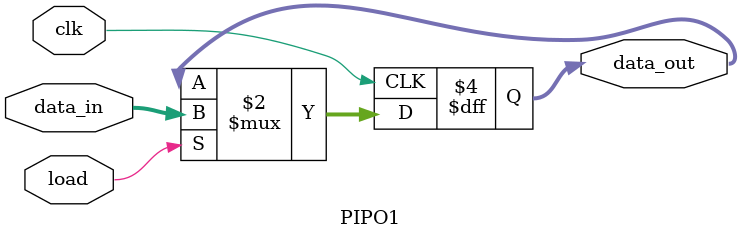
<source format=v>
module PIPO1(data_out,data_in,load,clk);
input load,clk;
input [15:0] data_in;
output [15:0] data_out;
always @ (posedge clk)
if (load) data_out<=data_in;
endmodule
</source>
